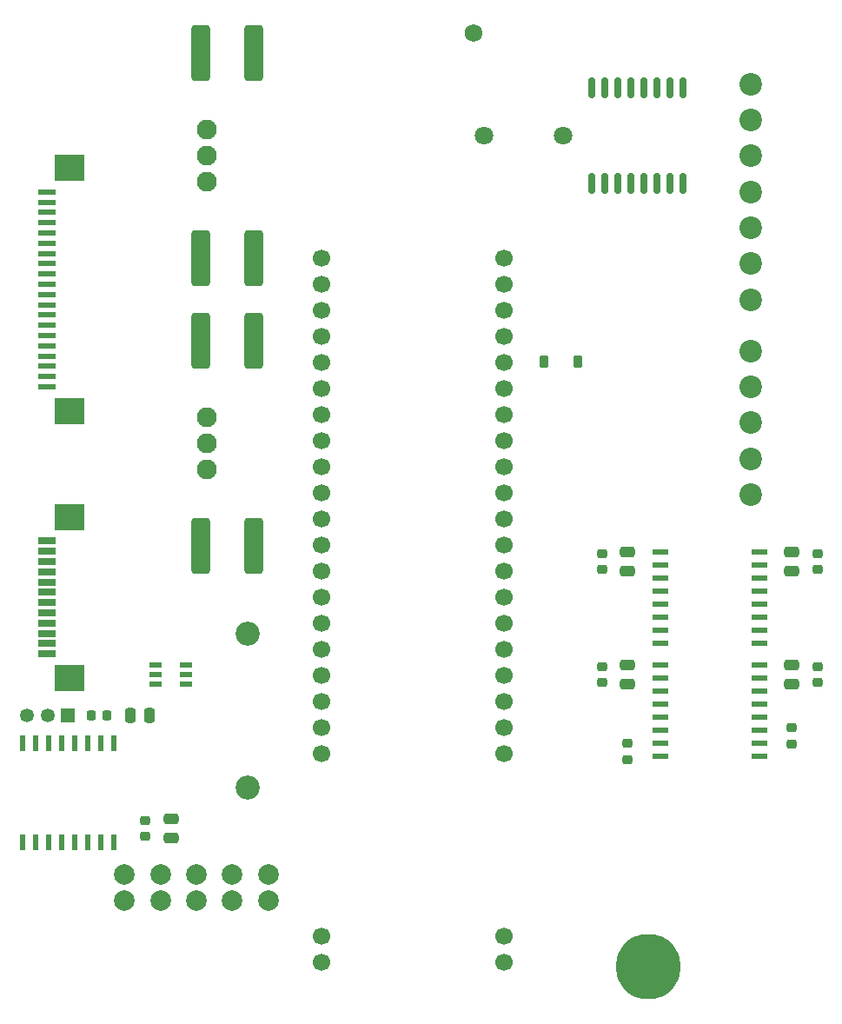
<source format=gbr>
%TF.GenerationSoftware,KiCad,Pcbnew,9.0.2*%
%TF.CreationDate,2025-07-01T09:19:31+03:00*%
%TF.ProjectId,PMCPU-LLP,504d4350-552d-44c4-9c50-2e6b69636164,rev?*%
%TF.SameCoordinates,Original*%
%TF.FileFunction,Soldermask,Top*%
%TF.FilePolarity,Negative*%
%FSLAX46Y46*%
G04 Gerber Fmt 4.6, Leading zero omitted, Abs format (unit mm)*
G04 Created by KiCad (PCBNEW 9.0.2) date 2025-07-01 09:19:31*
%MOMM*%
%LPD*%
G01*
G04 APERTURE LIST*
G04 Aperture macros list*
%AMRoundRect*
0 Rectangle with rounded corners*
0 $1 Rounding radius*
0 $2 $3 $4 $5 $6 $7 $8 $9 X,Y pos of 4 corners*
0 Add a 4 corners polygon primitive as box body*
4,1,4,$2,$3,$4,$5,$6,$7,$8,$9,$2,$3,0*
0 Add four circle primitives for the rounded corners*
1,1,$1+$1,$2,$3*
1,1,$1+$1,$4,$5*
1,1,$1+$1,$6,$7*
1,1,$1+$1,$8,$9*
0 Add four rect primitives between the rounded corners*
20,1,$1+$1,$2,$3,$4,$5,0*
20,1,$1+$1,$4,$5,$6,$7,0*
20,1,$1+$1,$6,$7,$8,$9,0*
20,1,$1+$1,$8,$9,$2,$3,0*%
G04 Aperture macros list end*
%ADD10RoundRect,0.225000X0.225000X0.375000X-0.225000X0.375000X-0.225000X-0.375000X0.225000X-0.375000X0*%
%ADD11O,6.350000X6.350000*%
%ADD12R,1.181100X0.558800*%
%ADD13RoundRect,0.250000X-0.475000X0.250000X-0.475000X-0.250000X0.475000X-0.250000X0.475000X0.250000X0*%
%ADD14RoundRect,0.225000X-0.250000X0.225000X-0.250000X-0.225000X0.250000X-0.225000X0.250000X0.225000X0*%
%ADD15C,1.800000*%
%ADD16RoundRect,0.250000X-0.650000X-2.450000X0.650000X-2.450000X0.650000X2.450000X-0.650000X2.450000X0*%
%ADD17R,1.549400X0.482600*%
%ADD18R,0.482600X1.549400*%
%ADD19C,1.950000*%
%ADD20R,1.803400X0.635000*%
%ADD21R,2.997200X2.590800*%
%ADD22R,1.350000X1.350000*%
%ADD23C,1.350000*%
%ADD24RoundRect,0.250000X0.475000X-0.250000X0.475000X0.250000X-0.475000X0.250000X-0.475000X-0.250000X0*%
%ADD25RoundRect,0.250000X-0.250000X-0.475000X0.250000X-0.475000X0.250000X0.475000X-0.250000X0.475000X0*%
%ADD26C,1.700000*%
%ADD27R,1.800000X0.600000*%
%ADD28R,3.000000X2.600000*%
%ADD29C,1.725000*%
%ADD30RoundRect,0.225000X0.250000X-0.225000X0.250000X0.225000X-0.250000X0.225000X-0.250000X-0.225000X0*%
%ADD31C,2.200000*%
%ADD32RoundRect,0.150000X0.150000X-0.875000X0.150000X0.875000X-0.150000X0.875000X-0.150000X-0.875000X0*%
%ADD33C,2.000000*%
%ADD34RoundRect,0.225000X0.225000X0.250000X-0.225000X0.250000X-0.225000X-0.250000X0.225000X-0.250000X0*%
%ADD35C,2.350000*%
G04 APERTURE END LIST*
D10*
%TO.C,D1*%
X15150000Y13000000D03*
X11850000Y13000000D03*
%TD*%
D11*
%TO.C,PE1*%
X22000000Y-46000000D03*
%TD*%
D12*
%TO.C,U7*%
X-23033150Y-18450001D03*
X-23033150Y-17500000D03*
X-23033150Y-16549999D03*
X-25966850Y-16549999D03*
X-25966850Y-17500000D03*
X-25966850Y-18450001D03*
%TD*%
D13*
%TO.C,C4*%
X36000000Y-16550000D03*
X36000000Y-18450000D03*
%TD*%
D14*
%TO.C,C8*%
X36000000Y-22705000D03*
X36000000Y-24255000D03*
%TD*%
D15*
%TO.C,J1*%
X13750000Y35000000D03*
X6000000Y35000000D03*
%TD*%
D16*
%TO.C,C3*%
X-21550000Y15000000D03*
X-16450000Y15000000D03*
%TD*%
D14*
%TO.C,C7*%
X38500000Y-16725000D03*
X38500000Y-18275000D03*
%TD*%
%TO.C,C15*%
X20000000Y-24225000D03*
X20000000Y-25775000D03*
%TD*%
D13*
%TO.C,C13*%
X20000000Y-16550000D03*
X20000000Y-18450000D03*
%TD*%
D16*
%TO.C,C6*%
X-21550000Y43000000D03*
X-16450000Y43000000D03*
%TD*%
D17*
%TO.C,U5*%
X23174000Y-16555000D03*
X23174000Y-17825000D03*
X23174000Y-19095000D03*
X23174000Y-20365000D03*
X23174000Y-21635000D03*
X23174000Y-22905000D03*
X23174000Y-24175000D03*
X23174000Y-25445000D03*
X32826000Y-25445000D03*
X32826000Y-24175000D03*
X32826000Y-22905000D03*
X32826000Y-21635000D03*
X32826000Y-20365000D03*
X32826000Y-19095000D03*
X32826000Y-17825000D03*
X32826000Y-16555000D03*
%TD*%
D18*
%TO.C,U4*%
X-30055000Y-24174000D03*
X-31325000Y-24174000D03*
X-32595000Y-24174000D03*
X-33865000Y-24174000D03*
X-35135000Y-24174000D03*
X-36405000Y-24174000D03*
X-37675000Y-24174000D03*
X-38945000Y-24174000D03*
X-38945000Y-33826000D03*
X-37675000Y-33826000D03*
X-36405000Y-33826000D03*
X-35135000Y-33826000D03*
X-33865000Y-33826000D03*
X-32595000Y-33826000D03*
X-31325000Y-33826000D03*
X-30055000Y-33826000D03*
%TD*%
D19*
%TO.C,J5*%
X-21000000Y30460000D03*
X-21000000Y33000000D03*
X-21000000Y35540000D03*
%TD*%
D20*
%TO.C,J7*%
X-36556000Y-15499992D03*
X-36556000Y-14499994D03*
X-36556000Y-13499996D03*
X-36556000Y-12499998D03*
X-36556000Y-11500000D03*
X-36556000Y-10500000D03*
X-36556000Y-9500000D03*
X-36556000Y-8500000D03*
X-36556000Y-7500002D03*
X-36556000Y-6500004D03*
X-36556000Y-5500006D03*
X-36556000Y-4500008D03*
D21*
X-34385999Y-17850003D03*
X-34385999Y-2149997D03*
%TD*%
D22*
%TO.C,J11*%
X-34500000Y-21500000D03*
D23*
X-36500000Y-21500000D03*
X-38500000Y-21500000D03*
%TD*%
D24*
%TO.C,C10*%
X-24500000Y-33450000D03*
X-24500000Y-31550000D03*
%TD*%
D25*
%TO.C,C12*%
X-28450000Y-21500000D03*
X-26550000Y-21500000D03*
%TD*%
D19*
%TO.C,J4*%
X-21000000Y2460000D03*
X-21000000Y5000000D03*
X-21000000Y7540000D03*
%TD*%
D26*
%TO.C,U3*%
X-9780000Y23080000D03*
X-9780000Y20540000D03*
X-9780000Y18000000D03*
X-9780000Y15460000D03*
X-9780000Y12920000D03*
X-9780000Y10380000D03*
X-9780000Y7840000D03*
X-9780000Y5300000D03*
X-9780000Y2760000D03*
X-9780000Y220000D03*
X-9780000Y-2320000D03*
X-9780000Y-4860000D03*
X-9780000Y-7400000D03*
X-9780000Y-9940000D03*
X-9780000Y-12480000D03*
X-9780000Y-15020000D03*
X-9780000Y-17560000D03*
X-9780000Y-20100000D03*
X-9780000Y-22640000D03*
X-9780000Y-25180000D03*
X8000000Y-25180000D03*
X8000000Y-22640000D03*
X8000000Y-20100000D03*
X8000000Y-17560000D03*
X8000000Y-15020000D03*
X8000000Y-12480000D03*
X8000000Y-9940000D03*
X8000000Y-7400000D03*
X8000000Y-4860000D03*
X8000000Y-2320000D03*
X8000000Y220000D03*
X8000000Y2760000D03*
X8000000Y5300000D03*
X8000000Y7840000D03*
X8000000Y10380000D03*
X8000000Y12920000D03*
X8000000Y15460000D03*
X8000000Y18000000D03*
X8000000Y20540000D03*
X8000000Y23080000D03*
X-9780000Y-42960000D03*
X8000000Y-42960000D03*
X-9780000Y-45500000D03*
X8000000Y-45500000D03*
%TD*%
D27*
%TO.C,JM1*%
X-36546000Y10500000D03*
X-36546000Y11500000D03*
X-36546000Y12500000D03*
X-36546000Y13500000D03*
X-36546000Y14500000D03*
X-36546000Y15500000D03*
X-36546000Y16500000D03*
X-36546000Y17500000D03*
X-36546000Y18500000D03*
X-36546000Y19500000D03*
X-36546000Y20500000D03*
X-36546000Y21500000D03*
X-36546000Y22500000D03*
X-36546000Y23500000D03*
X-36546000Y24500000D03*
X-36546000Y25500000D03*
X-36546000Y26500000D03*
X-36546000Y27500000D03*
X-36546000Y28500000D03*
X-36546000Y29500000D03*
D28*
X-34375000Y8150000D03*
X-34375000Y31850000D03*
%TD*%
D29*
%TO.C,U2*%
X5000000Y45000000D03*
%TD*%
D13*
%TO.C,C19*%
X20000000Y-5550000D03*
X20000000Y-7450000D03*
%TD*%
D30*
%TO.C,C9*%
X-27000000Y-33275000D03*
X-27000000Y-31725000D03*
%TD*%
D16*
%TO.C,C5*%
X-21550000Y23000000D03*
X-16450000Y23000000D03*
%TD*%
D31*
%TO.C,J14*%
X32000000Y0D03*
X32000000Y3500000D03*
X32000000Y7000000D03*
X32000000Y10500000D03*
X32000000Y14000000D03*
%TD*%
D13*
%TO.C,C17*%
X36000000Y-5550000D03*
X36000000Y-7450000D03*
%TD*%
D16*
%TO.C,C2*%
X-21550000Y-5000000D03*
X-16450000Y-5000000D03*
%TD*%
D14*
%TO.C,C18*%
X17500000Y-5725000D03*
X17500000Y-7275000D03*
%TD*%
D17*
%TO.C,U8*%
X23174000Y-5555000D03*
X23174000Y-6825000D03*
X23174000Y-8095000D03*
X23174000Y-9365000D03*
X23174000Y-10635000D03*
X23174000Y-11905000D03*
X23174000Y-13175000D03*
X23174000Y-14445000D03*
X32826000Y-14445000D03*
X32826000Y-13175000D03*
X32826000Y-11905000D03*
X32826000Y-10635000D03*
X32826000Y-9365000D03*
X32826000Y-8095000D03*
X32826000Y-6825000D03*
X32826000Y-5555000D03*
%TD*%
D32*
%TO.C,U6*%
X16555000Y30350000D03*
X17825000Y30350000D03*
X19095000Y30350000D03*
X20365000Y30350000D03*
X21635000Y30350000D03*
X22905000Y30350000D03*
X24175000Y30350000D03*
X25445000Y30350000D03*
X25445000Y39650000D03*
X24175000Y39650000D03*
X22905000Y39650000D03*
X21635000Y39650000D03*
X20365000Y39650000D03*
X19095000Y39650000D03*
X17825000Y39650000D03*
X16555000Y39650000D03*
%TD*%
D31*
%TO.C,J13*%
X32000000Y19000000D03*
X32000000Y22500000D03*
X32000000Y26000000D03*
X32000000Y29500000D03*
X32000000Y33000000D03*
X32000000Y36500000D03*
X32000000Y40000000D03*
%TD*%
D33*
%TO.C,J3*%
X-29000000Y-37000000D03*
X-25500000Y-37000000D03*
X-22000000Y-37000000D03*
X-18500000Y-37000000D03*
X-15000000Y-37000000D03*
X-29000000Y-39500000D03*
X-25500000Y-39500000D03*
X-22000000Y-39500000D03*
X-18500000Y-39500000D03*
X-15000000Y-39500000D03*
%TD*%
D14*
%TO.C,C14*%
X17500000Y-16725000D03*
X17500000Y-18275000D03*
%TD*%
D34*
%TO.C,C11*%
X-30725000Y-21500000D03*
X-32275000Y-21500000D03*
%TD*%
D14*
%TO.C,C16*%
X38500000Y-5725000D03*
X38500000Y-7275000D03*
%TD*%
D35*
%TO.C,U1*%
X-17000000Y-28500000D03*
X-17000000Y-13500000D03*
%TD*%
M02*

</source>
